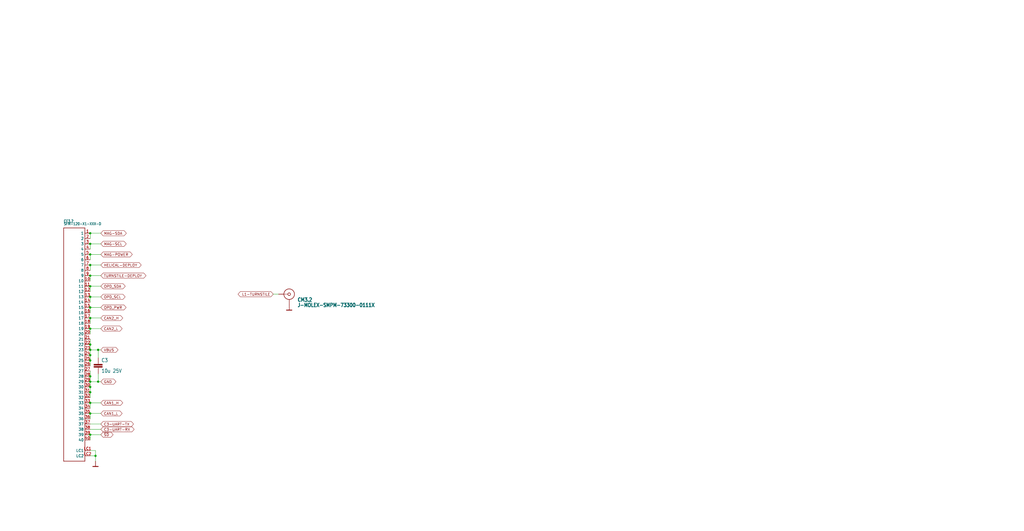
<source format=kicad_sch>
(kicad_sch (version 20211123) (generator eeschema)
  (paper "User" 490.22 254.406)
  (lib_symbols
    (symbol "oresat-backplane-2u-eagle-import:GND" (power)
      (symbol "GND_1_0"
        (polyline (pts (xy -1.27 -2.54) (xy 1.27 -2.54)) (stroke (width 0.4064)))
        (pin power_in line (at 0 0 270) (length 2.54) (name "GND") (number "1"))
      )
    )
    (symbol "oresat-backplane-2u-eagle-import:SFM-120-X1-XXX-D"
      (property "Reference" "J" (at -2.54 50.8 0))
      (property "Value" "SFM-120-X1-XXX-D" (at -2.54 49.53 0))
      (symbol "SFM-120-X1-XXX-D_1_0"
        (polyline (pts (xy -2.54 -63.5) (xy -2.54 48.26)) (stroke (width 0.254)))
        (polyline (pts (xy -2.54 48.26) (xy 7.62 48.26)) (stroke (width 0.254)))
        (polyline (pts (xy 7.62 -63.5) (xy -2.54 -63.5)) (stroke (width 0.254)))
        (polyline (pts (xy 7.62 48.26) (xy 7.62 -63.5)) (stroke (width 0.254)))
        (pin passive line (at 10.16 45.72 180) (length 2.54) (name "1") (number "1"))
        (pin passive line (at 10.16 22.86 180) (length 2.54) (name "10") (number "10"))
        (pin passive line (at 10.16 20.32 180) (length 2.54) (name "11") (number "11"))
        (pin passive line (at 10.16 17.78 180) (length 2.54) (name "12") (number "12"))
        (pin passive line (at 10.16 15.24 180) (length 2.54) (name "13") (number "13"))
        (pin passive line (at 10.16 12.7 180) (length 2.54) (name "14") (number "14"))
        (pin passive line (at 10.16 10.16 180) (length 2.54) (name "15") (number "15"))
        (pin passive line (at 10.16 7.62 180) (length 2.54) (name "16") (number "16"))
        (pin passive line (at 10.16 5.08 180) (length 2.54) (name "17") (number "17"))
        (pin passive line (at 10.16 2.54 180) (length 2.54) (name "18") (number "18"))
        (pin passive line (at 10.16 0 180) (length 2.54) (name "19") (number "19"))
        (pin passive line (at 10.16 43.18 180) (length 2.54) (name "2") (number "2"))
        (pin passive line (at 10.16 -2.54 180) (length 2.54) (name "20") (number "20"))
        (pin passive line (at 10.16 -5.08 180) (length 2.54) (name "21") (number "21"))
        (pin passive line (at 10.16 -7.62 180) (length 2.54) (name "22") (number "22"))
        (pin passive line (at 10.16 -10.16 180) (length 2.54) (name "23") (number "23"))
        (pin passive line (at 10.16 -12.7 180) (length 2.54) (name "24") (number "24"))
        (pin passive line (at 10.16 -15.24 180) (length 2.54) (name "25") (number "25"))
        (pin passive line (at 10.16 -17.78 180) (length 2.54) (name "26") (number "26"))
        (pin passive line (at 10.16 -20.32 180) (length 2.54) (name "27") (number "27"))
        (pin passive line (at 10.16 -22.86 180) (length 2.54) (name "28") (number "28"))
        (pin passive line (at 10.16 -25.4 180) (length 2.54) (name "29") (number "29"))
        (pin passive line (at 10.16 40.64 180) (length 2.54) (name "3") (number "3"))
        (pin passive line (at 10.16 -27.94 180) (length 2.54) (name "30") (number "30"))
        (pin passive line (at 10.16 -30.48 180) (length 2.54) (name "31") (number "31"))
        (pin passive line (at 10.16 -33.02 180) (length 2.54) (name "32") (number "32"))
        (pin passive line (at 10.16 -35.56 180) (length 2.54) (name "33") (number "33"))
        (pin passive line (at 10.16 -38.1 180) (length 2.54) (name "34") (number "34"))
        (pin passive line (at 10.16 -40.64 180) (length 2.54) (name "35") (number "35"))
        (pin passive line (at 10.16 -43.18 180) (length 2.54) (name "36") (number "36"))
        (pin passive line (at 10.16 -45.72 180) (length 2.54) (name "37") (number "37"))
        (pin passive line (at 10.16 -48.26 180) (length 2.54) (name "38") (number "38"))
        (pin passive line (at 10.16 -50.8 180) (length 2.54) (name "39") (number "39"))
        (pin passive line (at 10.16 38.1 180) (length 2.54) (name "4") (number "4"))
        (pin passive line (at 10.16 -53.34 180) (length 2.54) (name "40") (number "40"))
        (pin passive line (at 10.16 35.56 180) (length 2.54) (name "5") (number "5"))
        (pin passive line (at 10.16 33.02 180) (length 2.54) (name "6") (number "6"))
        (pin passive line (at 10.16 30.48 180) (length 2.54) (name "7") (number "7"))
        (pin passive line (at 10.16 27.94 180) (length 2.54) (name "8") (number "8"))
        (pin passive line (at 10.16 25.4 180) (length 2.54) (name "9") (number "9"))
        (pin passive line (at 10.16 -58.42 180) (length 2.54) (name "LC1") (number "LC1"))
        (pin passive line (at 10.16 -60.96 180) (length 2.54) (name "LC2") (number "LC2"))
      )
    )
    (symbol "oresat-symbols:J-MOLEX-SMPM-73300-0111X_1"
      (property "Reference" "CM2.2" (at 3.81 -3.81 0))
      (property "Value" "J-MOLEX-SMPM-73300-0111X_1" (at 3.81 -6.35 0))
      (symbol "J-MOLEX-SMPM-73300-0111X_1_1_0"
        (polyline (pts (xy -2.54 0) (xy -0.635 0)) (stroke (width 0.1524)))
        (circle (center 0 0) (radius 0.635) (stroke (width 0.254)))
        (circle (center 0 0) (radius 2.54) (stroke (width 0.254)))
        (pin passive line (at 0 -5.08 90) (length 2.54) (name "SHIELD1") (number "GND"))
        (pin passive line (at -5.08 0 0) (length 2.54) (name "RF") (number "RF-DOWN"))
      )
    )
    (symbol "oresat0-1u-backplane-eagle-import:C-EU1206-B"
      (property "Reference" "C" (at 1.524 0.381 0))
      (property "Value" "C-EU1206-B" (at 1.524 -4.699 0))
      (symbol "C-EU1206-B_1_0"
        (rectangle (start -2.032 -2.032) (end 2.032 -1.524) (fill (type outline)))
        (rectangle (start -2.032 -1.016) (end 2.032 -0.508) (fill (type outline)))
        (polyline (pts (xy 0 -2.54) (xy 0 -2.032)) (stroke (width 0.1524)))
        (polyline (pts (xy 0 0) (xy 0 -0.508)) (stroke (width 0.1524)))
        (pin passive line (at 0 2.54 270) (length 2.54) (name "1") (number "1"))
        (pin passive line (at 0 -5.08 90) (length 2.54) (name "2") (number "2"))
      )
    )
  )
  (junction (at 43.18 157.48))
  (junction (at 43.18 167.64))
  (junction (at 43.18 180.34))
  (junction (at 45.72 218.44))
  (junction (at 43.18 147.32))
  (junction (at 43.18 152.4))
  (junction (at 43.18 193.04))
  (junction (at 43.18 132.08))
  (junction (at 43.18 165.1))
  (junction (at 43.18 170.18))
  (junction (at 43.18 127))
  (junction (at 43.18 111.76))
  (junction (at 46.99 182.88))
  (junction (at 46.99 167.64))
  (junction (at 43.18 116.84))
  (junction (at 43.18 198.12))
  (junction (at 43.18 142.24))
  (junction (at 43.18 172.72))
  (junction (at 43.18 137.16))
  (junction (at 43.18 185.42))
  (junction (at 43.18 182.88))
  (junction (at 43.18 208.28))
  (junction (at 43.18 121.92))
  (junction (at 43.18 187.96))
  (wire (pts (xy 48.26 198.12) (xy 43.18 198.12)))
  (wire (pts (xy 45.72 215.9) (xy 45.72 218.44)))
  (wire (pts (xy 43.18 187.96) (xy 43.18 190.5)))
  (wire (pts (xy 43.18 182.88) (xy 43.18 185.42)))
  (wire (pts (xy 43.18 121.92) (xy 48.26 121.92)))
  (wire (pts (xy 43.18 157.48) (xy 43.18 160.02)))
  (wire (pts (xy 43.18 198.12) (xy 43.18 200.66)))
  (wire (pts (xy 48.26 142.24) (xy 43.18 142.24)))
  (wire (pts (xy 43.18 111.76) (xy 48.26 111.76)))
  (wire (pts (xy 43.18 116.84) (xy 43.18 119.38)))
  (wire (pts (xy 43.18 208.28) (xy 43.18 210.82)))
  (wire (pts (xy 48.26 132.08) (xy 43.18 132.08)))
  (wire (pts (xy 43.18 132.08) (xy 43.18 134.62)))
  (wire (pts (xy 48.26 167.64) (xy 46.99 167.64)))
  (wire (pts (xy 46.99 182.88) (xy 43.18 182.88)))
  (wire (pts (xy 46.99 179.07) (xy 46.99 182.88)))
  (wire (pts (xy 48.26 157.48) (xy 43.18 157.48)))
  (wire (pts (xy 45.72 218.44) (xy 45.72 220.98)))
  (wire (pts (xy 43.18 215.9) (xy 45.72 215.9)))
  (wire (pts (xy 48.26 203.2) (xy 43.18 203.2)))
  (wire (pts (xy 43.18 127) (xy 43.18 129.54)))
  (wire (pts (xy 46.99 167.64) (xy 46.99 171.45)))
  (wire (pts (xy 43.18 165.1) (xy 43.18 167.64)))
  (wire (pts (xy 43.18 218.44) (xy 45.72 218.44)))
  (wire (pts (xy 43.18 152.4) (xy 43.18 154.94)))
  (wire (pts (xy 43.18 152.4) (xy 48.26 152.4)))
  (wire (pts (xy 43.18 170.18) (xy 43.18 172.72)))
  (wire (pts (xy 43.18 172.72) (xy 43.18 175.26)))
  (wire (pts (xy 43.18 162.56) (xy 43.18 165.1)))
  (wire (pts (xy 133.35 140.97) (xy 130.81 140.97)))
  (wire (pts (xy 43.18 167.64) (xy 43.18 170.18)))
  (wire (pts (xy 43.18 177.8) (xy 43.18 180.34)))
  (wire (pts (xy 48.26 137.16) (xy 43.18 137.16)))
  (wire (pts (xy 43.18 111.76) (xy 43.18 114.3)))
  (wire (pts (xy 43.18 193.04) (xy 43.18 195.58)))
  (wire (pts (xy 48.26 193.04) (xy 43.18 193.04)))
  (wire (pts (xy 43.18 137.16) (xy 43.18 139.7)))
  (wire (pts (xy 43.18 180.34) (xy 43.18 182.88)))
  (wire (pts (xy 43.18 121.92) (xy 43.18 124.46)))
  (wire (pts (xy 43.18 147.32) (xy 43.18 149.86)))
  (wire (pts (xy 48.26 147.32) (xy 43.18 147.32)))
  (wire (pts (xy 43.18 185.42) (xy 43.18 187.96)))
  (wire (pts (xy 43.18 127) (xy 48.26 127)))
  (wire (pts (xy 43.18 116.84) (xy 48.26 116.84)))
  (wire (pts (xy 48.26 182.88) (xy 46.99 182.88)))
  (wire (pts (xy 43.18 142.24) (xy 43.18 144.78)))
  (wire (pts (xy 43.18 205.74) (xy 48.26 205.74)))
  (wire (pts (xy 46.99 167.64) (xy 43.18 167.64)))
  (wire (pts (xy 48.26 208.28) (xy 43.18 208.28)))
  (global_label "L1-TURNSTILE" (shape bidirectional) (at 130.81 140.97 180) (effects (font (size 1.2446 1.2446))) (property "Intersheet References" "${INTERSHEET_REFS}" (effects hide)))
  (global_label "MAG-POWER" (shape bidirectional) (at 48.26 121.92 0) (effects (font (size 1.2446 1.2446))) (property "Intersheet References" "${INTERSHEET_REFS}" (effects hide)))
  (global_label "OPD_SDA" (shape bidirectional) (at 48.26 137.16 0) (effects (font (size 1.2446 1.2446))) (property "Intersheet References" "${INTERSHEET_REFS}" (effects hide)))
  (global_label "CAN1_L" (shape bidirectional) (at 48.26 198.12 0) (effects (font (size 1.2446 1.2446))) (property "Intersheet References" "${INTERSHEET_REFS}" (effects hide)))
  (global_label "GND" (shape bidirectional) (at 48.26 182.88 0) (effects (font (size 1.2446 1.2446))) (property "Intersheet References" "${INTERSHEET_REFS}" (effects hide)))
  (global_label "OPD_SCL" (shape bidirectional) (at 48.26 142.24 0) (effects (font (size 1.2446 1.2446))) (property "Intersheet References" "${INTERSHEET_REFS}" (effects hide)))
  (global_label "CAN2_H" (shape bidirectional) (at 48.26 152.4 0) (effects (font (size 1.2446 1.2446))) (property "Intersheet References" "${INTERSHEET_REFS}" (effects hide)))
  (global_label "~{SD}" (shape bidirectional) (at 48.26 208.28 0) (effects (font (size 1.2446 1.2446))) (property "Intersheet References" "${INTERSHEET_REFS}" (effects hide)))
  (global_label "CAN2_L" (shape bidirectional) (at 48.26 157.48 0) (effects (font (size 1.2446 1.2446))) (property "Intersheet References" "${INTERSHEET_REFS}" (effects hide)))
  (global_label "MAG-SCL" (shape bidirectional) (at 48.26 116.84 0) (effects (font (size 1.2446 1.2446))) (property "Intersheet References" "${INTERSHEET_REFS}" (effects hide)))
  (global_label "MAG-SDA" (shape bidirectional) (at 48.26 111.76 0) (effects (font (size 1.2446 1.2446))) (property "Intersheet References" "${INTERSHEET_REFS}" (effects hide)))
  (global_label "C3-UART-TX" (shape bidirectional) (at 48.26 203.2 0) (effects (font (size 1.2446 1.2446))) (property "Intersheet References" "${INTERSHEET_REFS}" (effects hide)))
  (global_label "CAN1_H" (shape bidirectional) (at 48.26 193.04 0) (effects (font (size 1.2446 1.2446))) (property "Intersheet References" "${INTERSHEET_REFS}" (effects hide)))
  (global_label "OPD_PWR" (shape bidirectional) (at 48.26 147.32 0) (effects (font (size 1.2446 1.2446))) (property "Intersheet References" "${INTERSHEET_REFS}" (effects hide)))
  (global_label "HELICAL-DEPLOY" (shape bidirectional) (at 48.26 127 0) (effects (font (size 1.2446 1.2446))) (property "Intersheet References" "${INTERSHEET_REFS}" (effects hide)))
  (global_label "VBUS" (shape bidirectional) (at 48.26 167.64 0) (effects (font (size 1.2446 1.2446))) (property "Intersheet References" "${INTERSHEET_REFS}" (effects hide)))
  (global_label "TURNSTILE-DEPLOY" (shape bidirectional) (at 48.26 132.08 0) (effects (font (size 1.2446 1.2446))) (property "Intersheet References" "${INTERSHEET_REFS}" (effects hide)))
  (global_label "C3-UART-RX" (shape bidirectional) (at 48.26 205.74 0) (effects (font (size 1.2446 1.2446))) (property "Intersheet References" "${INTERSHEET_REFS}" (effects hide)))
  (symbol (lib_id "oresat-backplane-2u-eagle-import:GND") (at 45.72 220.98 0) (unit 1)
    (property "Reference" "#GND0106" (effects hide))
    (property "Value" "GND" (effects hide))
    (property "Footprint" "oresat-backplane-2u:" (effects hide))
  )
  (symbol (lib_id "oresat-backplane-2u-eagle-import:GND") (at 138.43 146.05 0) (unit 1)
    (property "Reference" "#GND0102" (effects hide))
    (property "Value" "GND" (effects hide))
    (property "Footprint" "oresat-backplane-2u:" (effects hide))
  )
  (symbol (lib_id "oresat0-1u-backplane-eagle-import:C-EU1206-B") (at 46.99 173.99 0) (unit 1)
    (property "Reference" "C3" (at 48.514 173.609 0) (effects (font (size 1.778 1.5113)) (justify left bottom)))
    (property "Value" "10u 25V" (at 48.514 178.689 0) (effects (font (size 1.778 1.5113)) (justify left bottom)))
    (property "Footprint" "Capacitor_SMD:C_1206_3216Metric" (effects hide))
  )
  (symbol (lib_id "oresat-symbols:J-MOLEX-SMPM-73300-0111X_1") (at 138.43 140.97 0) (unit 1)
    (property "Reference" "CM3.2" (at 142.24 144.78 0) (effects (font (size 1.778 1.5113) bold) (justify left bottom)))
    (property "Value" "J-MOLEX-SMPM-73300-0111X" (at 142.24 147.32 0) (effects (font (size 1.778 1.5113) bold) (justify left bottom)))
    (property "Footprint" "oresat-connectors:J-MOLEX-SMPM-73300-0111X-long" (effects hide))
  )
  (symbol (lib_id "oresat-backplane-2u-eagle-import:SFM-120-X1-XXX-D") (at 33.02 157.48 0) (unit 1)
    (property "Reference" "CF3.2" (at 30.48 106.68 0) (effects (font (size 1.27 1.0795)) (justify left bottom)))
    (property "Value" "SFM-120-X1-XXX-D" (at 30.48 107.95 0) (effects (font (size 1.27 1.0795)) (justify left bottom)))
    (property "Footprint" "oresat-connectors:J-SAMTEC-SFM-120-X1-XXX-D" (effects hide))
  )
)
</source>
